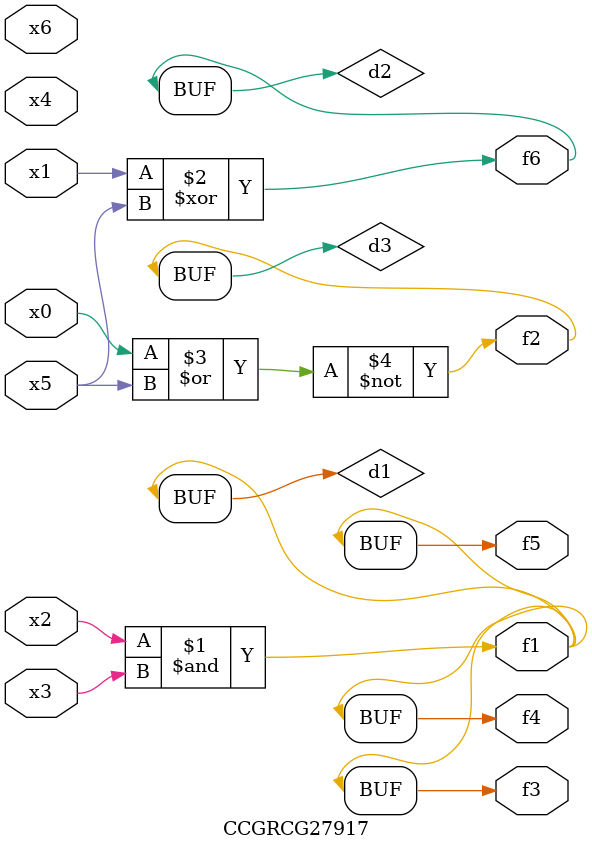
<source format=v>
module CCGRCG27917(
	input x0, x1, x2, x3, x4, x5, x6,
	output f1, f2, f3, f4, f5, f6
);

	wire d1, d2, d3;

	and (d1, x2, x3);
	xor (d2, x1, x5);
	nor (d3, x0, x5);
	assign f1 = d1;
	assign f2 = d3;
	assign f3 = d1;
	assign f4 = d1;
	assign f5 = d1;
	assign f6 = d2;
endmodule

</source>
